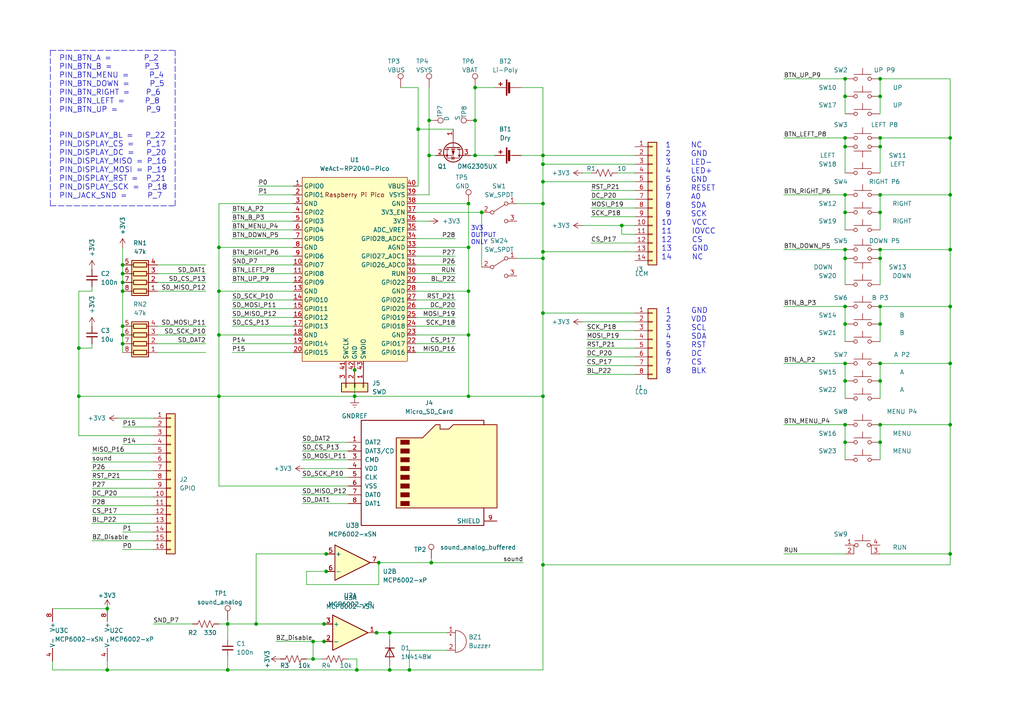
<source format=kicad_sch>
(kicad_sch (version 20211123) (generator eeschema)
  (paper "A4")
  (lib_symbols
    (symbol "Amplifier_Operational:MCP6002-xP" (pin_names (offset 0.127))
      (property "Reference" "U" (at 0 5.08 0))
      (property "Value" "MCP6002-xP" (at 0 -5.08 0))
      (symbol "MCP6002-xP_1_1"
        (pin output line (at 7.62 0 180) (length 2.54) (name "~") (number "1"))
        (pin input line (at -7.62 -2.54 0) (length 2.54) (name "-") (number "2"))
        (pin input line (at -7.62 2.54 0) (length 2.54) (name "+") (number "3"))
      )
      (symbol "MCP6002-xP_2_1"
        (pin input line (at -7.62 2.54 0) (length 2.54) (name "+") (number "5"))
        (pin input line (at -7.62 -2.54 0) (length 2.54) (name "-") (number "6"))
        (pin output line (at 7.62 0 180) (length 2.54) (name "~") (number "7"))
      )
      (symbol "MCP6002-xP_3_1"
        (pin power_in line (at -2.54 -7.62 90) (length 3.81) (name "V-") (number "4"))
        (pin power_in line (at -2.54 7.62 270) (length 3.81) (name "V+") (number "8"))
      )
    )
    (symbol "Amplifier_Operational:MCP6002-xSN" (pin_names (offset 0.127))
      (property "Reference" "U" (at 0 5.08 0))
      (property "Value" "MCP6002-xSN" (at 0 -5.08 0))
      (symbol "MCP6002-xSN_1_1"
        (pin output line (at 7.62 0 180) (length 2.54) (name "~") (number "1"))
        (pin input line (at -7.62 -2.54 0) (length 2.54) (name "-") (number "2"))
        (pin input line (at -7.62 2.54 0) (length 2.54) (name "+") (number "3"))
      )
      (symbol "MCP6002-xSN_2_1"
        (pin input line (at -7.62 2.54 0) (length 2.54) (name "+") (number "5"))
        (pin input line (at -7.62 -2.54 0) (length 2.54) (name "-") (number "6"))
        (pin output line (at 7.62 0 180) (length 2.54) (name "~") (number "7"))
      )
      (symbol "MCP6002-xSN_3_1"
        (pin power_in line (at -2.54 -7.62 90) (length 3.81) (name "V-") (number "4"))
        (pin power_in line (at -2.54 7.62 270) (length 3.81) (name "V+") (number "8"))
      )
    )
    (symbol "Connector:Micro_SD_Card" (pin_names (offset 1.016))
      (property "Reference" "J" (at -16.51 15.24 0))
      (property "Value" "Micro_SD_Card" (at 16.51 15.24 0))
      (symbol "Micro_SD_Card_1_1"
        (pin bidirectional line (at -22.86 7.62 0) (length 3.81) (name "DAT2") (number "1"))
        (pin bidirectional line (at -22.86 5.08 0) (length 3.81) (name "DAT3/CD") (number "2"))
        (pin input line (at -22.86 2.54 0) (length 3.81) (name "CMD") (number "3"))
        (pin power_in line (at -22.86 0 0) (length 3.81) (name "VDD") (number "4"))
        (pin input line (at -22.86 -2.54 0) (length 3.81) (name "CLK") (number "5"))
        (pin power_in line (at -22.86 -5.08 0) (length 3.81) (name "VSS") (number "6"))
        (pin bidirectional line (at -22.86 -7.62 0) (length 3.81) (name "DAT0") (number "7"))
        (pin bidirectional line (at -22.86 -10.16 0) (length 3.81) (name "DAT1") (number "8"))
        (pin passive line (at 20.32 -15.24 180) (length 3.81) (name "SHIELD") (number "9"))
      )
    )
    (symbol "Connector:TestPoint" (pin_numbers hide) (pin_names (offset 0.762) hide)
      (property "Reference" "TP" (at 0 6.858 0))
      (property "Value" "TestPoint" (at 0 5.08 0))
      (symbol "TestPoint_1_1"
        (pin passive line (at 0 0 90) (length 2.54) (name "1") (number "1"))
      )
    )
    (symbol "Connector_Generic:Conn_01x03" (pin_names (offset 1.016) hide)
      (property "Reference" "J" (at 0 5.08 0))
      (property "Value" "Conn_01x03" (at 0 -5.08 0))
      (symbol "Conn_01x03_1_1"
        (pin passive line (at -5.08 2.54 0) (length 3.81) (name "Pin_1") (number "1"))
        (pin passive line (at -5.08 0 0) (length 3.81) (name "Pin_2") (number "2"))
        (pin passive line (at -5.08 -2.54 0) (length 3.81) (name "Pin_3") (number "3"))
      )
    )
    (symbol "Connector_Generic:Conn_01x08" (pin_names (offset 1.016) hide)
      (property "Reference" "J" (at 0 10.16 0))
      (property "Value" "Conn_01x08" (at 0 -12.7 0))
      (symbol "Conn_01x08_1_1"
        (pin passive line (at -5.08 7.62 0) (length 3.81) (name "Pin_1") (number "1"))
        (pin passive line (at -5.08 5.08 0) (length 3.81) (name "Pin_2") (number "2"))
        (pin passive line (at -5.08 2.54 0) (length 3.81) (name "Pin_3") (number "3"))
        (pin passive line (at -5.08 0 0) (length 3.81) (name "Pin_4") (number "4"))
        (pin passive line (at -5.08 -2.54 0) (length 3.81) (name "Pin_5") (number "5"))
        (pin passive line (at -5.08 -5.08 0) (length 3.81) (name "Pin_6") (number "6"))
        (pin passive line (at -5.08 -7.62 0) (length 3.81) (name "Pin_7") (number "7"))
        (pin passive line (at -5.08 -10.16 0) (length 3.81) (name "Pin_8") (number "8"))
      )
    )
    (symbol "Connector_Generic:Conn_01x14" (pin_names (offset 1.016) hide)
      (property "Reference" "J" (at 0 17.78 0))
      (property "Value" "Conn_01x14" (at 0 -20.32 0))
      (symbol "Conn_01x14_1_1"
        (pin passive line (at -5.08 15.24 0) (length 3.81) (name "Pin_1") (number "1"))
        (pin passive line (at -5.08 -7.62 0) (length 3.81) (name "Pin_10") (number "10"))
        (pin passive line (at -5.08 -10.16 0) (length 3.81) (name "Pin_11") (number "11"))
        (pin passive line (at -5.08 -12.7 0) (length 3.81) (name "Pin_12") (number "12"))
        (pin passive line (at -5.08 -15.24 0) (length 3.81) (name "Pin_13") (number "13"))
        (pin passive line (at -5.08 -17.78 0) (length 3.81) (name "Pin_14") (number "14"))
        (pin passive line (at -5.08 12.7 0) (length 3.81) (name "Pin_2") (number "2"))
        (pin passive line (at -5.08 10.16 0) (length 3.81) (name "Pin_3") (number "3"))
        (pin passive line (at -5.08 7.62 0) (length 3.81) (name "Pin_4") (number "4"))
        (pin passive line (at -5.08 5.08 0) (length 3.81) (name "Pin_5") (number "5"))
        (pin passive line (at -5.08 2.54 0) (length 3.81) (name "Pin_6") (number "6"))
        (pin passive line (at -5.08 0 0) (length 3.81) (name "Pin_7") (number "7"))
        (pin passive line (at -5.08 -2.54 0) (length 3.81) (name "Pin_8") (number "8"))
        (pin passive line (at -5.08 -5.08 0) (length 3.81) (name "Pin_9") (number "9"))
      )
    )
    (symbol "Connector_Generic:Conn_01x16" (pin_names (offset 1.016) hide)
      (property "Reference" "J" (at 0 20.32 0))
      (property "Value" "Conn_01x16" (at 0 -22.86 0))
      (symbol "Conn_01x16_1_1"
        (pin passive line (at -5.08 17.78 0) (length 3.81) (name "Pin_1") (number "1"))
        (pin passive line (at -5.08 -5.08 0) (length 3.81) (name "Pin_10") (number "10"))
        (pin passive line (at -5.08 -7.62 0) (length 3.81) (name "Pin_11") (number "11"))
        (pin passive line (at -5.08 -10.16 0) (length 3.81) (name "Pin_12") (number "12"))
        (pin passive line (at -5.08 -12.7 0) (length 3.81) (name "Pin_13") (number "13"))
        (pin passive line (at -5.08 -15.24 0) (length 3.81) (name "Pin_14") (number "14"))
        (pin passive line (at -5.08 -17.78 0) (length 3.81) (name "Pin_15") (number "15"))
        (pin passive line (at -5.08 -20.32 0) (length 3.81) (name "Pin_16") (number "16"))
        (pin passive line (at -5.08 15.24 0) (length 3.81) (name "Pin_2") (number "2"))
        (pin passive line (at -5.08 12.7 0) (length 3.81) (name "Pin_3") (number "3"))
        (pin passive line (at -5.08 10.16 0) (length 3.81) (name "Pin_4") (number "4"))
        (pin passive line (at -5.08 7.62 0) (length 3.81) (name "Pin_5") (number "5"))
        (pin passive line (at -5.08 5.08 0) (length 3.81) (name "Pin_6") (number "6"))
        (pin passive line (at -5.08 2.54 0) (length 3.81) (name "Pin_7") (number "7"))
        (pin passive line (at -5.08 0 0) (length 3.81) (name "Pin_8") (number "8"))
        (pin passive line (at -5.08 -2.54 0) (length 3.81) (name "Pin_9") (number "9"))
      )
    )
    (symbol "Device:Battery_Cell" (pin_numbers hide) (pin_names (offset 0) hide)
      (property "Reference" "BT" (at 2.54 2.54 0))
      (property "Value" "Battery_Cell" (at 2.54 0 0))
      (symbol "Battery_Cell_1_1"
        (pin passive line (at 0 5.08 270) (length 2.54) (name "+") (number "1"))
        (pin passive line (at 0 -2.54 90) (length 2.54) (name "-") (number "2"))
      )
    )
    (symbol "Device:Buzzer" (pin_names (offset 0.0254) hide)
      (property "Reference" "BZ" (at 3.81 1.27 0))
      (property "Value" "Buzzer" (at 3.81 -1.27 0))
      (symbol "Buzzer_1_1"
        (pin passive line (at -2.54 2.54 0) (length 2.54) (name "-") (number "1"))
        (pin passive line (at -2.54 -2.54 0) (length 2.54) (name "+") (number "2"))
      )
    )
    (symbol "Device:C_Small" (pin_numbers hide) (pin_names (offset 0.254) hide)
      (property "Reference" "C" (at 0.254 1.778 0))
      (property "Value" "C_Small" (at 0.254 -2.032 0))
      (symbol "C_Small_1_1"
        (pin passive line (at 0 2.54 270) (length 2.032) (name "~") (number "1"))
        (pin passive line (at 0 -2.54 90) (length 2.032) (name "~") (number "2"))
      )
    )
    (symbol "Device:Q_PMOS_GSD" (pin_names (offset 0) hide)
      (property "Reference" "Q" (at 5.08 1.27 0))
      (property "Value" "Q_PMOS_GSD" (at 5.08 -1.27 0))
      (symbol "Q_PMOS_GSD_1_1"
        (pin input line (at -5.08 0 0) (length 2.54) (name "G") (number "1"))
        (pin passive line (at 2.54 -5.08 90) (length 2.54) (name "S") (number "2"))
        (pin passive line (at 2.54 5.08 270) (length 2.54) (name "D") (number "3"))
      )
    )
    (symbol "Device:R_Pack04" (pin_names (offset 0) hide)
      (property "Reference" "RN" (at -7.62 0 90))
      (property "Value" "R_Pack04" (at 5.08 0 90))
      (symbol "R_Pack04_1_1"
        (pin passive line (at -5.08 -5.08 90) (length 2.54) (name "R1.1") (number "1"))
        (pin passive line (at -2.54 -5.08 90) (length 2.54) (name "R2.1") (number "2"))
        (pin passive line (at 0 -5.08 90) (length 2.54) (name "R3.1") (number "3"))
        (pin passive line (at 2.54 -5.08 90) (length 2.54) (name "R4.1") (number "4"))
        (pin passive line (at 2.54 5.08 270) (length 2.54) (name "R4.2") (number "5"))
        (pin passive line (at 0 5.08 270) (length 2.54) (name "R3.2") (number "6"))
        (pin passive line (at -2.54 5.08 270) (length 2.54) (name "R2.2") (number "7"))
        (pin passive line (at -5.08 5.08 270) (length 2.54) (name "R1.2") (number "8"))
      )
    )
    (symbol "Device:R_US" (pin_numbers hide) (pin_names (offset 0))
      (property "Reference" "R" (at 2.54 0 90))
      (property "Value" "R_US" (at -2.54 0 90))
      (symbol "R_US_1_1"
        (pin passive line (at 0 3.81 270) (length 1.27) (name "~") (number "1"))
        (pin passive line (at 0 -3.81 90) (length 1.27) (name "~") (number "2"))
      )
    )
    (symbol "Diode:1N4148W" (pin_numbers hide) (pin_names (offset 1.016) hide)
      (property "Reference" "D" (at 0 2.54 0))
      (property "Value" "1N4148W" (at 0 -2.54 0))
      (symbol "1N4148W_1_1"
        (pin passive line (at -3.81 0 0) (length 2.54) (name "K") (number "1"))
        (pin passive line (at 3.81 0 180) (length 2.54) (name "A") (number "2"))
      )
    )
    (symbol "MCU_RaspberryPi_and_Boards:Pico"
      (property "Reference" "U" (at -13.97 27.94 0))
      (property "Value" "Pico" (at 0 19.05 0))
      (symbol "Pico_0_0"
        (text "Raspberry Pi Pico" (at 0 21.59 0) (effects (font (size 1.27 1.27))))
      )
      (symbol "Pico_1_1"
        (pin bidirectional line (at -17.78 24.13 0) (length 2.54) (name "GPIO0") (number "1"))
        (pin bidirectional line (at -17.78 1.27 0) (length 2.54) (name "GPIO7") (number "10"))
        (pin bidirectional line (at -17.78 -1.27 0) (length 2.54) (name "GPIO8") (number "11"))
        (pin bidirectional line (at -17.78 -3.81 0) (length 2.54) (name "GPIO9") (number "12"))
        (pin power_in line (at -17.78 -6.35 0) (length 2.54) (name "GND") (number "13"))
        (pin bidirectional line (at -17.78 -8.89 0) (length 2.54) (name "GPIO10") (number "14"))
        (pin bidirectional line (at -17.78 -11.43 0) (length 2.54) (name "GPIO11") (number "15"))
        (pin bidirectional line (at -17.78 -13.97 0) (length 2.54) (name "GPIO12") (number "16"))
        (pin bidirectional line (at -17.78 -16.51 0) (length 2.54) (name "GPIO13") (number "17"))
        (pin power_in line (at -17.78 -19.05 0) (length 2.54) (name "GND") (number "18"))
        (pin bidirectional line (at -17.78 -21.59 0) (length 2.54) (name "GPIO14") (number "19"))
        (pin bidirectional line (at -17.78 21.59 0) (length 2.54) (name "GPIO1") (number "2"))
        (pin bidirectional line (at -17.78 -24.13 0) (length 2.54) (name "GPIO15") (number "20"))
        (pin bidirectional line (at 17.78 -24.13 180) (length 2.54) (name "GPIO16") (number "21"))
        (pin bidirectional line (at 17.78 -21.59 180) (length 2.54) (name "GPIO17") (number "22"))
        (pin power_in line (at 17.78 -19.05 180) (length 2.54) (name "GND") (number "23"))
        (pin bidirectional line (at 17.78 -16.51 180) (length 2.54) (name "GPIO18") (number "24"))
        (pin bidirectional line (at 17.78 -13.97 180) (length 2.54) (name "GPIO19") (number "25"))
        (pin bidirectional line (at 17.78 -11.43 180) (length 2.54) (name "GPIO20") (number "26"))
        (pin bidirectional line (at 17.78 -8.89 180) (length 2.54) (name "GPIO21") (number "27"))
        (pin power_in line (at 17.78 -6.35 180) (length 2.54) (name "GND") (number "28"))
        (pin bidirectional line (at 17.78 -3.81 180) (length 2.54) (name "GPIO22") (number "29"))
        (pin power_in line (at -17.78 19.05 0) (length 2.54) (name "GND") (number "3"))
        (pin input line (at 17.78 -1.27 180) (length 2.54) (name "RUN") (number "30"))
        (pin bidirectional line (at 17.78 1.27 180) (length 2.54) (name "GPIO26_ADC0") (number "31"))
        (pin bidirectional line (at 17.78 3.81 180) (length 2.54) (name "GPIO27_ADC1") (number "32"))
        (pin power_in line (at 17.78 6.35 180) (length 2.54) (name "AGND") (number "33"))
        (pin bidirectional line (at 17.78 8.89 180) (length 2.54) (name "GPIO28_ADC2") (number "34"))
        (pin power_in line (at 17.78 11.43 180) (length 2.54) (name "ADC_VREF") (number "35"))
        (pin power_in line (at 17.78 13.97 180) (length 2.54) (name "3V3") (number "36"))
        (pin input line (at 17.78 16.51 180) (length 2.54) (name "3V3_EN") (number "37"))
        (pin bidirectional line (at 17.78 19.05 180) (length 2.54) (name "GND") (number "38"))
        (pin power_in line (at 17.78 21.59 180) (length 2.54) (name "VSYS") (number "39"))
        (pin bidirectional line (at -17.78 16.51 0) (length 2.54) (name "GPIO2") (number "4"))
        (pin power_in line (at 17.78 24.13 180) (length 2.54) (name "VBUS") (number "40"))
        (pin input line (at -2.54 -29.21 90) (length 2.54) (name "SWCLK") (number "41"))
        (pin power_in line (at 0 -29.21 90) (length 2.54) (name "GND") (number "42"))
        (pin bidirectional line (at 2.54 -29.21 90) (length 2.54) (name "SWDIO") (number "43"))
        (pin bidirectional line (at -17.78 13.97 0) (length 2.54) (name "GPIO3") (number "5"))
        (pin bidirectional line (at -17.78 11.43 0) (length 2.54) (name "GPIO4") (number "6"))
        (pin bidirectional line (at -17.78 8.89 0) (length 2.54) (name "GPIO5") (number "7"))
        (pin power_in line (at -17.78 6.35 0) (length 2.54) (name "GND") (number "8"))
        (pin bidirectional line (at -17.78 3.81 0) (length 2.54) (name "GPIO6") (number "9"))
      )
    )
    (symbol "SW_Push_1" (pin_numbers hide) (pin_names (offset 1.016) hide)
      (property "Reference" "SW" (at 1.27 2.54 0))
      (property "Value" "SW_Push_1" (at 0 -1.524 0))
      (symbol "SW_Push_1_0_1"
        (pin passive line (at -5.08 0 0) (length 2.54) (name "1") (number "1"))
        (pin passive line (at 5.08 0 180) (length 2.54) (name "2") (number "2"))
      )
    )
    (symbol "Switch:SW_MEC_5E" (pin_names (offset 1.016) hide)
      (property "Reference" "SW" (at 0.635 5.715 0))
      (property "Value" "SW_MEC_5E" (at 0 -3.175 0))
      (symbol "SW_MEC_5E_0_1"
        (pin passive line (at -5.08 2.54 0) (length 2.54) (name "1") (number "1"))
        (pin passive line (at -5.08 0 0) (length 2.54) (name "2") (number "2"))
        (pin passive line (at 5.08 0 180) (length 2.54) (name "K") (number "3"))
        (pin passive line (at 5.08 2.54 180) (length 2.54) (name "A") (number "4"))
      )
    )
    (symbol "Switch:SW_Push" (pin_numbers hide) (pin_names (offset 1.016) hide)
      (property "Reference" "SW" (at 1.27 2.54 0))
      (property "Value" "SW_Push" (at 0 -1.524 0))
      (symbol "SW_Push_0_1"
        (pin passive line (at -5.08 0 0) (length 2.54) (name "1") (number "1"))
        (pin passive line (at 5.08 0 180) (length 2.54) (name "2") (number "2"))
      )
    )
    (symbol "Switch:SW_SPDT" (pin_names (offset 0) hide)
      (property "Reference" "SW" (at 0 4.318 0))
      (property "Value" "SW_SPDT" (at 0 -5.08 0))
      (symbol "SW_SPDT_1_1"
        (pin passive line (at 5.08 2.54 180) (length 2.54) (name "A") (number "1"))
        (pin passive line (at -5.08 0 0) (length 2.54) (name "B") (number "2"))
        (pin passive line (at 5.08 -2.54 180) (length 2.54) (name "C") (number "3"))
      )
    )
    (symbol "power:+3V3" (power) (pin_names (offset 0))
      (property "Value" "+3V3" (at 0 3.556 0))
      (symbol "+3V3_1_1"
        (pin power_in line (at 0 0 90) (length 0) hide (name "+3V3") (number "1"))
      )
    )
    (symbol "power:GNDREF" (power) (pin_names (offset 0))
      (property "Value" "GNDREF" (at 0 -3.81 0))
      (symbol "GNDREF_1_1"
        (pin power_in line (at 0 0 270) (length 0) hide (name "GNDREF") (number "1"))
      )
    )
  )
  (junction (at 35.56 81.915))
  (junction (at 35.56 76.835))
  (junction (at 245.11 123.19))
  (junction (at 137.795 34.925))
  (junction (at 113.03 183.515))
  (junction (at 157.48 47.625))
  (junction (at 118.745 194.31))
  (junction (at 245.11 27.94))
  (junction (at 255.27 56.515))
  (junction (at 109.855 163.195))
  (junction (at 245.11 128.27))
  (junction (at 180.34 65.405))
  (junction (at 103.505 194.31))
  (junction (at 93.98 180.975))
  (junction (at 157.48 59.055))
  (junction (at 275.59 160.655))
  (junction (at 245.11 74.93))
  (junction (at 255.27 72.39))
  (junction (at 255.27 110.49))
  (junction (at 255.27 123.19))
  (junction (at 93.98 186.055))
  (junction (at 124.46 45.085))
  (junction (at 139.7 61.595))
  (junction (at 157.48 73.025))
  (junction (at 245.11 110.49))
  (junction (at 35.56 94.615))
  (junction (at 255.27 128.27))
  (junction (at 102.87 107.315))
  (junction (at 245.11 88.9))
  (junction (at 245.11 72.39))
  (junction (at 35.56 79.375))
  (junction (at 102.87 114.935))
  (junction (at 255.27 88.9))
  (junction (at 255.27 22.86))
  (junction (at 275.59 40.005))
  (junction (at 255.27 40.005))
  (junction (at 157.48 114.935))
  (junction (at 135.89 71.755))
  (junction (at 31.115 194.31))
  (junction (at 35.56 84.455))
  (junction (at 31.115 176.53))
  (junction (at 125.095 163.195))
  (junction (at 35.56 97.155))
  (junction (at 66.04 194.31))
  (junction (at 255.27 27.94))
  (junction (at 94.615 165.735))
  (junction (at 63.5 84.455))
  (junction (at 255.27 61.595))
  (junction (at 157.48 163.83))
  (junction (at 135.89 84.455))
  (junction (at 245.11 61.595))
  (junction (at 157.48 74.93))
  (junction (at 245.11 42.545))
  (junction (at 22.86 114.935))
  (junction (at 255.27 105.41))
  (junction (at 245.11 56.515))
  (junction (at 63.5 114.935))
  (junction (at 113.03 194.31))
  (junction (at 63.5 71.755))
  (junction (at 245.11 105.41))
  (junction (at 255.27 42.545))
  (junction (at 35.56 99.695))
  (junction (at 135.89 97.155))
  (junction (at 275.59 56.515))
  (junction (at 245.11 93.98))
  (junction (at 255.27 93.98))
  (junction (at 121.285 37.465))
  (junction (at 66.04 180.975))
  (junction (at 157.48 52.705))
  (junction (at 245.11 40.005))
  (junction (at 275.59 88.9))
  (junction (at 74.295 180.975))
  (junction (at 275.59 123.19))
  (junction (at 255.27 74.93))
  (junction (at 90.805 191.135))
  (junction (at 94.615 160.655))
  (junction (at 157.48 90.805))
  (junction (at 157.48 45.085))
  (junction (at 22.86 100.965))
  (junction (at 245.11 22.86))
  (junction (at 109.22 183.515))
  (junction (at 137.795 45.085))
  (junction (at 63.5 97.155))
  (junction (at 135.89 59.055))
  (junction (at 90.805 186.055))
  (junction (at 275.59 105.41))
  (junction (at 124.46 34.925))
  (junction (at 137.795 25.4))
  (junction (at 135.89 114.935))
  (junction (at 275.59 72.39))
  (wire (pts (xy 45.72 84.455) (xy 59.69 84.455)))
  (wire (pts (xy 120.65 76.835) (xy 132.08 76.835)))
  (wire (pts (xy 67.31 79.375) (xy 85.09 79.375)))
  (wire (pts (xy 255.27 93.98) (xy 255.27 99.06)))
  (wire (pts (xy 90.805 191.135) (xy 93.345 191.135)))
  (wire (pts (xy 63.5 84.455) (xy 63.5 71.755)))
  (wire (pts (xy 26.67 84.455) (xy 22.86 84.455)))
  (wire (pts (xy 157.48 52.705) (xy 157.48 47.625)))
  (wire (pts (xy 63.5 180.975) (xy 66.04 180.975)))
  (wire (pts (xy 135.89 114.935) (xy 157.48 114.935)))
  (wire (pts (xy 102.87 114.935) (xy 63.5 114.935)))
  (wire (pts (xy 137.795 45.085) (xy 143.51 45.085)))
  (wire (pts (xy 255.27 88.9) (xy 275.59 88.9)))
  (wire (pts (xy 26.67 146.685) (xy 44.45 146.685)))
  (wire (pts (xy 63.5 97.155) (xy 63.5 114.935)))
  (wire (pts (xy 170.18 95.885) (xy 184.15 95.885)))
  (wire (pts (xy 35.56 84.455) (xy 35.56 81.915)))
  (wire (pts (xy 102.87 107.315) (xy 102.87 114.935)))
  (wire (pts (xy 67.31 69.215) (xy 85.09 69.215)))
  (wire (pts (xy 245.11 56.515) (xy 245.11 61.595)))
  (wire (pts (xy 227.33 160.655) (xy 245.11 160.655)))
  (wire (pts (xy 85.09 84.455) (xy 63.5 84.455)))
  (polyline (pts (xy 50.8 59.69) (xy 50.8 14.605)))
  (wire (pts (xy 180.34 65.405) (xy 184.15 65.405)))
  (wire (pts (xy 255.27 105.41) (xy 255.27 110.49)))
  (wire (pts (xy 80.01 186.055) (xy 90.805 186.055)))
  (wire (pts (xy 26.67 100.965) (xy 26.67 99.695)))
  (wire (pts (xy 255.27 40.005) (xy 275.59 40.005)))
  (wire (pts (xy 245.11 74.93) (xy 245.11 82.55)))
  (wire (pts (xy 45.72 102.235) (xy 59.69 102.235)))
  (wire (pts (xy 26.67 133.985) (xy 44.45 133.985)))
  (wire (pts (xy 109.855 169.545) (xy 109.855 163.195)))
  (wire (pts (xy 67.31 81.915) (xy 85.09 81.915)))
  (wire (pts (xy 35.56 79.375) (xy 35.56 76.835)))
  (wire (pts (xy 103.505 191.135) (xy 103.505 194.31)))
  (wire (pts (xy 135.89 84.455) (xy 135.89 97.155)))
  (wire (pts (xy 120.65 102.235) (xy 132.08 102.235)))
  (wire (pts (xy 275.59 40.005) (xy 275.59 56.515)))
  (wire (pts (xy 31.115 191.77) (xy 31.115 194.31)))
  (wire (pts (xy 103.505 194.31) (xy 113.03 194.31)))
  (wire (pts (xy 120.65 94.615) (xy 132.08 94.615)))
  (wire (pts (xy 245.11 88.9) (xy 245.11 93.98)))
  (wire (pts (xy 59.69 99.695) (xy 45.72 99.695)))
  (wire (pts (xy 179.07 50.165) (xy 184.15 50.165)))
  (wire (pts (xy 93.98 186.055) (xy 90.805 186.055)))
  (wire (pts (xy 255.27 56.515) (xy 275.59 56.515)))
  (wire (pts (xy 245.11 105.41) (xy 245.11 110.49)))
  (wire (pts (xy 67.31 61.595) (xy 85.09 61.595)))
  (wire (pts (xy 275.59 72.39) (xy 275.59 88.9)))
  (wire (pts (xy 170.18 98.425) (xy 184.15 98.425)))
  (wire (pts (xy 157.48 73.025) (xy 157.48 74.93)))
  (wire (pts (xy 255.27 123.19) (xy 255.27 128.27)))
  (wire (pts (xy 35.56 94.615) (xy 35.56 97.155)))
  (wire (pts (xy 35.56 128.905) (xy 44.45 128.905)))
  (wire (pts (xy 109.22 183.515) (xy 113.03 183.515)))
  (polyline (pts (xy 14.605 14.605) (xy 50.8 14.605)))
  (wire (pts (xy 255.27 160.655) (xy 275.59 160.655)))
  (wire (pts (xy 93.98 180.975) (xy 74.295 180.975)))
  (polyline (pts (xy 14.605 59.69) (xy 50.8 59.69)))
  (wire (pts (xy 26.67 136.525) (xy 44.45 136.525)))
  (wire (pts (xy 26.67 131.445) (xy 44.45 131.445)))
  (wire (pts (xy 245.11 27.94) (xy 245.11 33.02)))
  (wire (pts (xy 227.33 123.19) (xy 245.11 123.19)))
  (wire (pts (xy 120.65 74.295) (xy 132.08 74.295)))
  (wire (pts (xy 170.18 108.585) (xy 184.15 108.585)))
  (wire (pts (xy 168.91 65.405) (xy 180.34 65.405)))
  (wire (pts (xy 26.67 84.455) (xy 26.67 83.185)))
  (wire (pts (xy 22.86 126.365) (xy 22.86 114.935)))
  (wire (pts (xy 87.63 146.05) (xy 100.965 146.05)))
  (wire (pts (xy 87.63 138.43) (xy 100.965 138.43)))
  (wire (pts (xy 170.18 106.045) (xy 184.15 106.045)))
  (wire (pts (xy 94.615 165.735) (xy 88.9 165.735)))
  (wire (pts (xy 67.31 102.235) (xy 85.09 102.235)))
  (wire (pts (xy 151.765 163.195) (xy 125.095 163.195)))
  (wire (pts (xy 129.54 188.595) (xy 118.745 188.595)))
  (wire (pts (xy 120.65 59.055) (xy 135.89 59.055)))
  (wire (pts (xy 15.24 194.31) (xy 31.115 194.31)))
  (wire (pts (xy 15.24 191.77) (xy 15.24 194.31)))
  (wire (pts (xy 63.5 71.755) (xy 85.09 71.755)))
  (wire (pts (xy 35.56 81.915) (xy 35.56 79.375)))
  (wire (pts (xy 113.03 194.31) (xy 118.745 194.31)))
  (wire (pts (xy 157.48 73.025) (xy 184.15 73.025)))
  (wire (pts (xy 121.285 25.4) (xy 121.285 37.465)))
  (wire (pts (xy 45.72 94.615) (xy 59.69 94.615)))
  (wire (pts (xy 22.86 114.935) (xy 63.5 114.935)))
  (wire (pts (xy 151.13 25.4) (xy 157.48 25.4)))
  (wire (pts (xy 171.45 62.865) (xy 184.15 62.865)))
  (wire (pts (xy 63.5 140.97) (xy 63.5 114.935)))
  (wire (pts (xy 120.65 99.695) (xy 132.08 99.695)))
  (wire (pts (xy 113.03 183.515) (xy 113.03 185.42)))
  (wire (pts (xy 26.67 100.965) (xy 22.86 100.965)))
  (wire (pts (xy 157.48 59.055) (xy 157.48 73.025)))
  (wire (pts (xy 87.63 128.27) (xy 100.965 128.27)))
  (wire (pts (xy 255.27 72.39) (xy 255.27 74.93)))
  (wire (pts (xy 245.11 110.49) (xy 245.11 115.57)))
  (wire (pts (xy 157.48 74.93) (xy 157.48 90.805)))
  (wire (pts (xy 113.03 183.515) (xy 129.54 183.515)))
  (wire (pts (xy 245.11 40.005) (xy 245.11 42.545)))
  (wire (pts (xy 121.285 37.465) (xy 131.445 37.465)))
  (wire (pts (xy 227.33 22.86) (xy 245.11 22.86)))
  (wire (pts (xy 227.33 72.39) (xy 245.11 72.39)))
  (wire (pts (xy 118.745 188.595) (xy 118.745 194.31)))
  (wire (pts (xy 121.285 37.465) (xy 121.285 53.975)))
  (wire (pts (xy 124.46 45.085) (xy 126.365 45.085)))
  (wire (pts (xy 85.09 59.055) (xy 63.5 59.055)))
  (wire (pts (xy 255.27 88.9) (xy 255.27 93.98)))
  (wire (pts (xy 113.03 193.04) (xy 113.03 194.31)))
  (wire (pts (xy 275.59 123.19) (xy 275.59 160.655)))
  (wire (pts (xy 157.48 114.935) (xy 157.48 163.83)))
  (wire (pts (xy 168.91 50.165) (xy 171.45 50.165)))
  (wire (pts (xy 120.65 84.455) (xy 135.89 84.455)))
  (wire (pts (xy 35.56 99.695) (xy 35.56 102.235)))
  (wire (pts (xy 245.11 123.19) (xy 245.11 128.27)))
  (wire (pts (xy 120.65 92.075) (xy 132.08 92.075)))
  (wire (pts (xy 26.67 151.765) (xy 44.45 151.765)))
  (wire (pts (xy 143.51 25.4) (xy 137.795 25.4)))
  (wire (pts (xy 227.33 105.41) (xy 245.11 105.41)))
  (wire (pts (xy 120.65 61.595) (xy 139.7 61.595)))
  (wire (pts (xy 124.46 34.925) (xy 124.46 45.085)))
  (wire (pts (xy 26.67 156.845) (xy 44.45 156.845)))
  (wire (pts (xy 275.59 56.515) (xy 275.59 72.39)))
  (wire (pts (xy 88.9 191.135) (xy 90.805 191.135)))
  (wire (pts (xy 102.87 114.935) (xy 135.89 114.935)))
  (wire (pts (xy 63.5 140.97) (xy 100.965 140.97)))
  (wire (pts (xy 67.31 89.535) (xy 85.09 89.535)))
  (wire (pts (xy 88.9 169.545) (xy 109.855 169.545)))
  (wire (pts (xy 67.31 99.695) (xy 85.09 99.695)))
  (wire (pts (xy 66.04 190.5) (xy 66.04 194.31)))
  (wire (pts (xy 15.24 176.53) (xy 31.115 176.53)))
  (wire (pts (xy 45.72 81.915) (xy 59.69 81.915)))
  (wire (pts (xy 149.86 74.93) (xy 157.48 74.93)))
  (wire (pts (xy 120.65 56.515) (xy 124.46 56.515)))
  (wire (pts (xy 171.45 60.325) (xy 184.15 60.325)))
  (wire (pts (xy 151.13 45.085) (xy 157.48 45.085)))
  (wire (pts (xy 35.56 84.455) (xy 35.56 94.615)))
  (wire (pts (xy 85.09 97.155) (xy 63.5 97.155)))
  (wire (pts (xy 180.34 67.945) (xy 180.34 65.405)))
  (wire (pts (xy 168.91 93.345) (xy 184.15 93.345)))
  (wire (pts (xy 74.93 56.515) (xy 85.09 56.515)))
  (wire (pts (xy 116.205 25.4) (xy 121.285 25.4)))
  (wire (pts (xy 125.095 163.195) (xy 125.095 161.925)))
  (wire (pts (xy 88.9 165.735) (xy 88.9 169.545)))
  (wire (pts (xy 67.31 86.995) (xy 85.09 86.995)))
  (wire (pts (xy 255.27 128.27) (xy 255.27 133.35)))
  (wire (pts (xy 67.31 92.075) (xy 85.09 92.075)))
  (wire (pts (xy 66.04 180.975) (xy 74.295 180.975)))
  (wire (pts (xy 157.48 45.085) (xy 184.15 45.085)))
  (wire (pts (xy 135.89 71.755) (xy 135.89 84.455)))
  (wire (pts (xy 121.285 53.975) (xy 120.65 53.975)))
  (wire (pts (xy 74.295 160.655) (xy 74.295 180.975)))
  (wire (pts (xy 255.27 22.86) (xy 255.27 27.94)))
  (wire (pts (xy 255.27 40.005) (xy 255.27 42.545)))
  (wire (pts (xy 245.11 93.98) (xy 245.11 99.06)))
  (wire (pts (xy 135.89 97.155) (xy 135.89 114.935)))
  (wire (pts (xy 94.615 160.655) (xy 74.295 160.655)))
  (wire (pts (xy 26.67 141.605) (xy 44.45 141.605)))
  (wire (pts (xy 275.59 88.9) (xy 275.59 105.41)))
  (wire (pts (xy 67.31 66.675) (xy 85.09 66.675)))
  (wire (pts (xy 90.805 186.055) (xy 90.805 191.135)))
  (wire (pts (xy 245.11 128.27) (xy 245.11 133.35)))
  (wire (pts (xy 255.27 72.39) (xy 275.59 72.39)))
  (wire (pts (xy 139.7 61.595) (xy 139.7 77.47)))
  (wire (pts (xy 170.18 100.965) (xy 184.15 100.965)))
  (wire (pts (xy 137.795 25.4) (xy 137.795 34.925)))
  (wire (pts (xy 26.67 139.065) (xy 44.45 139.065)))
  (wire (pts (xy 157.48 47.625) (xy 157.48 45.085)))
  (wire (pts (xy 59.69 97.155) (xy 45.72 97.155)))
  (wire (pts (xy 67.31 64.135) (xy 85.09 64.135)))
  (wire (pts (xy 44.45 180.975) (xy 55.88 180.975)))
  (wire (pts (xy 22.86 84.455) (xy 22.86 100.965)))
  (wire (pts (xy 63.5 97.155) (xy 63.5 84.455)))
  (wire (pts (xy 35.56 159.385) (xy 44.45 159.385)))
  (wire (pts (xy 22.86 100.965) (xy 22.86 114.935)))
  (wire (pts (xy 255.27 22.86) (xy 275.59 22.86)))
  (wire (pts (xy 45.72 76.835) (xy 59.69 76.835)))
  (wire (pts (xy 63.5 59.055) (xy 63.5 71.755)))
  (wire (pts (xy 35.56 97.155) (xy 35.56 99.695)))
  (wire (pts (xy 87.63 143.51) (xy 100.965 143.51)))
  (wire (pts (xy 275.59 22.86) (xy 275.59 40.005)))
  (wire (pts (xy 34.29 121.285) (xy 44.45 121.285)))
  (wire (pts (xy 255.27 61.595) (xy 255.27 66.675)))
  (wire (pts (xy 100.965 191.135) (xy 103.505 191.135)))
  (wire (pts (xy 67.31 74.295) (xy 85.09 74.295)))
  (wire (pts (xy 275.59 105.41) (xy 275.59 123.19)))
  (wire (pts (xy 157.48 163.83) (xy 275.59 163.83)))
  (wire (pts (xy 255.27 74.93) (xy 255.27 82.55)))
  (wire (pts (xy 245.11 72.39) (xy 245.11 74.93)))
  (wire (pts (xy 120.65 89.535) (xy 132.08 89.535)))
  (wire (pts (xy 245.11 61.595) (xy 245.11 66.675)))
  (wire (pts (xy 157.48 47.625) (xy 184.15 47.625)))
  (wire (pts (xy 120.65 69.215) (xy 132.08 69.215)))
  (wire (pts (xy 171.45 55.245) (xy 184.15 55.245)))
  (wire (pts (xy 26.67 144.145) (xy 44.45 144.145)))
  (wire (pts (xy 66.04 179.705) (xy 66.04 180.975)))
  (wire (pts (xy 66.04 180.975) (xy 66.04 185.42)))
  (wire (pts (xy 170.18 103.505) (xy 184.15 103.505)))
  (wire (pts (xy 157.48 59.055) (xy 157.48 52.705)))
  (wire (pts (xy 275.59 160.655) (xy 275.59 163.83)))
  (wire (pts (xy 66.04 194.31) (xy 103.505 194.31)))
  (wire (pts (xy 171.45 57.785) (xy 184.15 57.785)))
  (wire (pts (xy 184.15 67.945) (xy 180.34 67.945)))
  (wire (pts (xy 255.27 27.94) (xy 255.27 33.02)))
  (wire (pts (xy 149.86 59.055) (xy 157.48 59.055)))
  (wire (pts (xy 120.65 81.915) (xy 132.08 81.915)))
  (wire (pts (xy 120.65 79.375) (xy 132.08 79.375)))
  (wire (pts (xy 227.33 40.005) (xy 245.11 40.005)))
  (wire (pts (xy 157.48 25.4) (xy 157.48 45.085)))
  (wire (pts (xy 255.27 42.545) (xy 255.27 50.165)))
  (wire (pts (xy 124.46 45.085) (xy 124.46 56.515)))
  (wire (pts (xy 88.265 135.89) (xy 100.965 135.89)))
  (wire (pts (xy 120.65 71.755) (xy 135.89 71.755)))
  (wire (pts (xy 227.33 56.515) (xy 245.11 56.515)))
  (wire (pts (xy 255.27 56.515) (xy 255.27 61.595)))
  (wire (pts (xy 135.89 59.055) (xy 135.89 71.755)))
  (wire (pts (xy 45.72 79.375) (xy 59.69 79.375)))
  (wire (pts (xy 245.11 42.545) (xy 245.11 50.165)))
  (wire (pts (xy 87.63 133.35) (xy 100.965 133.35)))
  (wire (pts (xy 255.27 105.41) (xy 275.59 105.41)))
  (wire (pts (xy 120.65 86.995) (xy 132.08 86.995)))
  (wire (pts (xy 124.46 25.4) (xy 124.46 34.925)))
  (wire (pts (xy 44.45 126.365) (xy 22.86 126.365)))
  (wire (pts (xy 157.48 90.805) (xy 184.15 90.805)))
  (wire (pts (xy 31.115 194.31) (xy 66.04 194.31)))
  (wire (pts (xy 120.65 64.135) (xy 124.46 64.135)))
  (polyline (pts (xy 14.605 14.605) (xy 14.605 59.69)))
  (wire (pts (xy 157.48 52.705) (xy 184.15 52.705)))
  (wire (pts (xy 35.56 123.825) (xy 44.45 123.825)))
  (wire (pts (xy 157.48 90.805) (xy 157.48 114.935)))
  (wire (pts (xy 136.525 45.085) (xy 137.795 45.085)))
  (wire (pts (xy 74.93 53.975) (xy 85.09 53.975)))
  (wire (pts (xy 118.745 194.31) (xy 157.48 194.31)))
  (wire (pts (xy 171.45 70.485) (xy 184.15 70.485)))
  (wire (pts (xy 227.33 88.9) (xy 245.11 88.9)))
  (wire (pts (xy 255.27 110.49) (xy 255.27 115.57)))
  (wire (pts (xy 109.855 163.195) (xy 125.095 163.195)))
  (wire (pts (xy 255.27 123.19) (xy 275.59 123.19)))
  (wire (pts (xy 87.63 130.81) (xy 100.965 130.81)))
  (wire (pts (xy 102.87 115.57) (xy 102.87 114.935)))
  (wire (pts (xy 157.48 163.83) (xy 157.48 194.31)))
  (wire (pts (xy 245.11 22.86) (xy 245.11 27.94)))
  (wire (pts (xy 120.65 97.155) (xy 135.89 97.155)))
  (wire (pts (xy 137.795 34.925) (xy 137.795 45.085)))
  (wire (pts (xy 26.67 149.225) (xy 44.45 149.225)))
  (wire (pts (xy 67.31 94.615) (xy 85.09 94.615)))
  (wire (pts (xy 67.31 76.835) (xy 85.09 76.835)))
  (wire (pts (xy 35.56 154.305) (xy 44.45 154.305)))
  (wire (pts (xy 35.56 76.835) (xy 35.56 71.755)))
  (text " 1     NC\n 2     GND\n 3     LED-\n 4     LED+\n 5     GND\n 6     RESET\n 7     A0\n 8     SDA\n 9     SCK\n10     VCC\n11     IOVCC\n12     CS\n13     GND\n14     NC" (at 191.77 75.565 0) (effects (font (size 1.55 1.55)) (justify left bottom)))
  (text "1     GND\n2     VDD\n3     SCL\n4     SDA\n5     RST\n6     DC\n7     CS\n8     BLK" (at 193.04 108.585 0) (effects (font (size 1.55 1.55)) (justify left bottom)))
  (text "3V3 \nOUTPUT \nONLY" (at 136.525 71.12 0) (effects (font (size 1.27 1.27)) (justify left bottom)))
  (text "PIN_BTN_A =        P_2\nPIN_BTN_B =        P_3\nPIN_BTN_MENU =     P_4\nPIN_BTN_DOWN =     P_5\nPIN_BTN_RIGHT =    P_6\nPIN_BTN_LEFT =     P_8\nPIN_BTN_UP =       P_9\n\n\nPIN_DISPLAY_BL =   P_22\nPIN_DISPLAY_CS =   P_17\nPIN_DISPLAY_DC =   P_20\nPIN_DISPLAY_MISO = P_16\nPIN_DISPLAY_MOSI = P_19\nPIN_DISPLAY_RST =  P_21\nPIN_DISPLAY_SCK =  P_18\nPIN_JACK_SND =     P_7" (at 17.145 57.785 0) (effects (font (size 1.55 1.55)) (justify left bottom)))
  (label "BTN_A_P2" (at 67.31 61.595 0))
  (label "SD_MISO_P12" (at 87.63 143.51 0))
  (label "RUN" (at 227.33 160.655 0))
  (label "BTN_RIGHT_P6" (at 67.31 74.295 0))
  (label "SD_MOSI_P11" (at 87.63 133.35 0))
  (label "P28" (at 132.08 69.215 180))
  (label "CS_P17" (at 26.67 149.225 0))
  (label "CS_P17" (at 170.18 106.045 0))
  (label "MISO_P16" (at 132.08 102.235 180))
  (label "MOSI_P19" (at 170.18 98.425 0))
  (label "SD_MOSI_P11" (at 59.69 94.615 180))
  (label "BTN_A_P2" (at 227.33 105.41 0))
  (label "P1" (at 74.93 56.515 0))
  (label "SCK_P18" (at 132.08 94.615 180))
  (label "SND_P7" (at 67.31 76.835 0))
  (label "P15" (at 67.31 102.235 0))
  (label "BZ_Disable" (at 80.01 186.055 0))
  (label "P14" (at 67.31 99.695 0))
  (label "MOSI_P19" (at 171.45 60.325 0))
  (label "P27" (at 132.08 74.295 180))
  (label "P0" (at 74.93 53.975 0))
  (label "SD_SCK_P10" (at 67.31 86.995 0))
  (label "sound" (at 151.765 163.195 180))
  (label "RST_P21" (at 132.08 86.995 180))
  (label "BTN_LEFT_P8" (at 227.33 40.005 0))
  (label "BTN_DOWN_P5" (at 67.31 69.215 0))
  (label "CS_P17" (at 132.08 99.695 180))
  (label "SD_DAT1" (at 87.63 146.05 0))
  (label "P1" (at 35.56 154.305 0))
  (label "BTN_RIGHT_P6" (at 227.33 56.515 0))
  (label "DC_P20" (at 171.45 57.785 0))
  (label "BTN_DOWN_P5" (at 227.33 72.39 0))
  (label "SCK_P18" (at 170.18 95.885 0))
  (label "RUN" (at 132.08 79.375 180))
  (label "DC_P20" (at 132.08 89.535 180))
  (label "SD_SCK_P10" (at 59.69 97.155 180))
  (label "SD_SCK_P10" (at 87.63 138.43 0))
  (label "SD_MISO_P12" (at 67.31 92.075 0))
  (label "SND_P7" (at 44.45 180.975 0))
  (label "SD_MOSI_P11" (at 67.31 89.535 0))
  (label "P14" (at 35.56 128.905 0))
  (label "BTN_B_P3" (at 227.33 88.9 0))
  (label "RST_P21" (at 171.45 55.245 0))
  (label "BL_P22" (at 170.18 108.585 0))
  (label "DC_P20" (at 26.67 144.145 0))
  (label "RST_P21" (at 170.18 100.965 0))
  (label "BZ_Disable" (at 26.67 156.845 0))
  (label "P26" (at 26.67 136.525 0))
  (label "SD_CS_P13" (at 67.31 94.615 0))
  (label "SD_DAT1" (at 59.69 79.375 180))
  (label "BL_P22" (at 132.08 81.915 180))
  (label "P0" (at 35.56 159.385 0))
  (label "BTN_UP_P9" (at 67.31 81.915 0))
  (label "SCK_P18" (at 171.45 62.865 0))
  (label "P15" (at 35.56 123.825 0))
  (label "P28" (at 26.67 146.685 0))
  (label "DC_P20" (at 170.18 103.505 0))
  (label "SD_CS_P13" (at 87.63 130.81 0))
  (label "BTN_UP_P9" (at 227.33 22.86 0))
  (label "CS_P17" (at 171.45 70.485 0))
  (label "SD_DAT2" (at 59.69 99.695 180))
  (label "SD_DAT2" (at 87.63 128.27 0))
  (label "RST_P21" (at 26.67 139.065 0))
  (label "sound" (at 26.67 133.985 0))
  (label "SD_CS_P13" (at 59.69 81.915 180))
  (label "MOSI_P19" (at 132.08 92.075 180))
  (label "P27" (at 26.67 141.605 0))
  (label "SD_MISO_P12" (at 59.69 84.455 180))
  (label "MISO_P16" (at 26.67 131.445 0))
  (label "BTN_B_P3" (at 67.31 64.135 0))
  (label "BTN_MENU_P4" (at 227.33 123.19 0))
  (label "BTN_LEFT_P8" (at 67.31 79.375 0))
  (label "BTN_MENU_P4" (at 67.31 66.675 0))
  (label "BL_P22" (at 26.67 151.765 0))
  (label "P26" (at 132.08 76.835 180))
  (symbol (lib_id "Switch:SW_Push") (at 250.19 40.005 0) (unit 1)
    (property "Reference" "SW3" (at 243.84 36.195 0))
    (property "Value" "LEFT P8" (at 256.54 36.195 0))
    (property "Footprint" "prj:Silent SMD TACT Push Button Switch" (effects hide))
  )
  (symbol (lib_id "Device:C_Small") (at 26.67 80.645 0) (unit 1)
    (property "Reference" "C2" (at 29.21 79.3812 0) (effects (justify left)))
    (property "Value" "100n" (at 29.21 81.9212 0) (effects (justify left)))
    (property "Footprint" "Capacitor_SMD:C_0805_2012Metric_Pad1.18x1.45mm_HandSolder" (effects hide))
  )
  (symbol (lib_id "Switch:SW_MEC_5E") (at 250.19 160.655 0) (unit 1)
    (property "Reference" "SW9" (at 243.84 154.94 0))
    (property "Value" "RUN" (at 260.985 158.75 0))
    (property "Footprint" "prj:skrp" (effects hide))
    (property "Datasheet" "http://www.apem.com/int/index.php?controller=attachment&id_attachment=1371" (effects hide))
  )
  (symbol (lib_id "Amplifier_Operational:MCP6002-xSN") (at 17.78 184.15 0) (unit 3)
    (property "Reference" "U3" (at 15.875 182.8799 0) (effects (justify left)))
    (property "Value" "MCP6002-xSN" (at 15.875 185.4199 0) (effects (justify left)))
    (property "Footprint" "Package_SO:SOIC-8_3.9x4.9mm_P1.27mm" (effects hide))
    (property "Datasheet" "http://ww1.microchip.com/downloads/en/DeviceDoc/21733j.pdf" (effects hide))
  )
  (symbol (lib_id "Device:R_US") (at 85.09 191.135 270) (unit 1)
    (property "Reference" "R3" (at 82.55 193.04 90))
    (property "Value" "10k" (at 88.265 193.04 90))
    (property "Footprint" "Resistor_SMD:R_0805_2012Metric_Pad1.20x1.40mm_HandSolder" (effects hide))
  )
  (symbol (lib_id "Diode:1N4148W") (at 113.03 189.23 270) (unit 1)
    (property "Reference" "D1" (at 116.205 187.9599 90) (effects (justify left)))
    (property "Value" "1N4148W" (at 116.205 190.4999 90) (effects (justify left)))
    (property "Footprint" "Diode_SMD:D_SOD-123" (effects hide))
    (property "Datasheet" "https://www.vishay.com/docs/85748/1n4148w.pdf" (effects hide))
  )
  (symbol (lib_id "power:+3V3") (at 35.56 71.755 0) (unit 1)
    (property "Reference" "#PWR08" (effects hide))
    (property "Value" "+3V3" (at 35.56 62.865 90) (effects (justify right)))
  )
  (symbol (lib_id "Device:R_Pack04") (at 40.64 79.375 90) (unit 1)
    (property "Reference" "RN1" (at 40.64 70.485 90))
    (property "Value" "47k" (at 40.64 73.025 90))
    (property "Footprint" "Resistor_SMD:R_Array_Convex_4x0603" (effects hide))
  )
  (symbol (lib_id "Switch:SW_Push") (at 250.19 82.55 0) (unit 1)
    (property "Reference" "SW20" (at 240.03 80.01 0))
    (property "Value" "DOWN" (at 261.62 80.01 0))
    (property "Footprint" "prj:SW_PUSH-12mm" (effects hide))
  )
  (symbol (lib_id "Switch:SW_SPDT") (at 144.78 61.595 0) (unit 1)
    (property "Reference" "SW1" (at 144.78 53.975 0))
    (property "Value" "SW_SPDT" (at 144.78 56.515 0))
    (property "Footprint" "prj:MK12C02" (effects hide))
  )
  (symbol (lib_id "power:+3V3") (at 31.115 176.53 0) (unit 1)
    (property "Reference" "#PWR05" (effects hide))
    (property "Value" "+3V3" (at 33.655 172.72 0) (effects (justify right)))
  )
  (symbol (lib_id "Switch:SW_SPDT") (at 144.78 77.47 0) (unit 1)
    (property "Reference" "SW24" (at 144.78 69.85 0))
    (property "Value" "SW_SPDT" (at 144.78 72.39 0))
    (property "Footprint" "Button_Switch_THT:SW_CuK_OS102011MA1QN1_SPDT_Angled" (effects hide))
  )
  (symbol (lib_id "power:+3V3") (at 124.46 64.135 270) (unit 1)
    (property "Reference" "#PWR01" (effects hide))
    (property "Value" "+3V3" (at 128.27 64.1349 90) (effects (justify left)))
  )
  (symbol (lib_id "Switch:SW_Push") (at 250.19 56.515 0) (unit 1)
    (property "Reference" "SW4" (at 243.84 52.705 0))
    (property "Value" "RIGHT P6" (at 256.54 52.705 0))
    (property "Footprint" "prj:Silent SMD TACT Push Button Switch" (effects hide))
  )
  (symbol (lib_name "SW_Push_1") (lib_id "Switch:SW_Push") (at 250.19 33.02 0) (unit 1)
    (property "Reference" "SW17" (at 240.03 30.48 0))
    (property "Value" "UP" (at 260.35 30.48 0))
    (property "Footprint" "prj:SW_PUSH-12mm" (effects hide))
    (property "Datasheet" "https://www.mouser.tw/datasheet/2/307/en-b3f-13826.pdf" (effects hide))
  )
  (symbol (lib_id "Connector:TestPoint") (at 124.46 34.925 270) (unit 1)
    (property "Reference" "TP7" (at 127.635 30.48 0) (effects (justify left)))
    (property "Value" "D" (at 129.54 33.655 0) (effects (justify left)))
    (property "Footprint" "TestPoint:TestPoint_Pad_D1.5mm" (effects hide))
  )
  (symbol (lib_id "Device:C_Small") (at 26.67 97.155 0) (unit 1)
    (property "Reference" "C3" (at 29.21 95.8912 0) (effects (justify left)))
    (property "Value" "10u" (at 29.21 98.4312 0) (effects (justify left)))
    (property "Footprint" "Capacitor_SMD:C_0805_2012Metric_Pad1.18x1.45mm_HandSolder" (effects hide))
  )
  (symbol (lib_id "Switch:SW_Push") (at 250.19 88.9 0) (unit 1)
    (property "Reference" "SW6" (at 243.84 86.36 0))
    (property "Value" "B P3" (at 255.27 86.36 0))
    (property "Footprint" "prj:Silent SMD TACT Push Button Switch" (effects hide))
  )
  (symbol (lib_id "Connector_Generic:Conn_01x08") (at 189.23 98.425 0) (unit 1)
    (property "Reference" "J1" (at 184.15 112.395 0) (effects (justify left)))
    (property "Value" "LCD" (at 184.15 113.665 0) (effects (justify left)))
    (property "Footprint" "Connector_PinHeader_2.54mm:PinHeader_1x08_P2.54mm_Vertical" (effects hide))
  )
  (symbol (lib_id "Device:Buzzer") (at 132.08 186.055 0) (unit 1)
    (property "Reference" "BZ1" (at 135.89 184.7849 0) (effects (justify left)))
    (property "Value" "Buzzer" (at 135.89 187.3249 0) (effects (justify left)))
    (property "Footprint" "Buzzer_Beeper:Buzzer_TDK_PS1240P02BT_D12.2mm_H6.5mm" (effects hide))
  )
  (symbol (lib_id "power:+3V3") (at 81.28 191.135 90) (unit 1)
    (property "Reference" "#PWR06" (effects hide))
    (property "Value" "+3V3" (at 77.47 188.595 0) (effects (justify right)))
  )
  (symbol (lib_id "Switch:SW_Push") (at 250.19 115.57 0) (unit 1)
    (property "Reference" "SW22" (at 240.03 113.03 0))
    (property "Value" "A" (at 261.62 113.03 0))
    (property "Footprint" "prj:SW_PUSH-12mm" (effects hide))
  )
  (symbol (lib_id "power:+3V3") (at 168.91 65.405 90) (unit 1)
    (property "Reference" "#PWR03" (effects hide))
    (property "Value" "+3V3" (at 160.02 65.405 90) (effects (justify right)))
  )
  (symbol (lib_id "power:+3V3") (at 26.67 78.105 0) (unit 1)
    (property "Reference" "#PWR09" (effects hide))
    (property "Value" "+3V3" (at 26.67 69.215 90) (effects (justify right)))
  )
  (symbol (lib_id "Switch:SW_Push") (at 250.19 22.86 0) (unit 1)
    (property "Reference" "SW2" (at 243.84 20.32 0))
    (property "Value" "UP P9" (at 256.54 20.32 0))
    (property "Footprint" "prj:Silent SMD TACT Push Button Switch" (effects hide))
  )
  (symbol (lib_id "Connector:TestPoint") (at 66.04 179.705 0) (unit 1)
    (property "Reference" "TP1" (at 62.23 172.085 0) (effects (justify left)))
    (property "Value" "sound_analog" (at 57.15 174.625 0) (effects (justify left)))
    (property "Footprint" "TestPoint:TestPoint_Pad_D1.5mm" (effects hide))
  )
  (symbol (lib_id "Switch:SW_Push") (at 250.19 105.41 0) (unit 1)
    (property "Reference" "SW7" (at 243.84 102.87 0))
    (property "Value" "A P2" (at 261.62 102.87 0))
    (property "Footprint" "prj:Silent SMD TACT Push Button Switch" (effects hide))
  )
  (symbol (lib_id "Switch:SW_Push") (at 250.19 61.595 0) (unit 1)
    (property "Reference" "SW12" (at 240.03 59.055 0))
    (property "Value" "RIGHT" (at 261.62 59.055 0))
    (property "Footprint" "prj:PB-002" (effects hide))
  )
  (symbol (lib_id "Amplifier_Operational:MCP6002-xSN") (at 102.235 163.195 0) (unit 2)
    (property "Reference" "U3" (at 102.235 152.4 0))
    (property "Value" "MCP6002-xSN" (at 102.235 154.94 0))
    (property "Footprint" "Package_SO:SOIC-8_3.9x4.9mm_P1.27mm" (effects hide))
    (property "Datasheet" "http://ww1.microchip.com/downloads/en/DeviceDoc/21733j.pdf" (effects hide))
  )
  (symbol (lib_id "Connector:TestPoint") (at 137.795 25.4 0) (unit 1)
    (property "Reference" "TP6" (at 133.985 17.78 0) (effects (justify left)))
    (property "Value" "VBAT" (at 133.985 20.32 0) (effects (justify left)))
    (property "Footprint" "TestPoint:TestPoint_Pad_D1.5mm" (effects hide))
  )
  (symbol (lib_id "Switch:SW_Push") (at 250.19 110.49 0) (unit 1)
    (property "Reference" "SW15" (at 240.03 107.95 0))
    (property "Value" "A" (at 261.62 107.95 0))
    (property "Footprint" "prj:PB-002" (effects hide))
  )
  (symbol (lib_id "power:+3V3") (at 168.91 93.345 90) (unit 1)
    (property "Reference" "#PWR04" (effects hide))
    (property "Value" "+3V3" (at 160.02 93.345 90) (effects (justify right)))
  )
  (symbol (lib_id "Switch:SW_Push") (at 250.19 133.35 0) (unit 1)
    (property "Reference" "SW23" (at 240.03 130.81 0))
    (property "Value" "MENU" (at 261.62 130.81 0))
    (property "Footprint" "prj:SW_PUSH-12mm" (effects hide))
  )
  (symbol (lib_id "Switch:SW_Push") (at 250.19 93.98 0) (unit 1)
    (property "Reference" "SW14" (at 240.03 91.44 0))
    (property "Value" "B" (at 261.62 91.44 0))
    (property "Footprint" "prj:PB-002" (effects hide))
  )
  (symbol (lib_id "Device:Q_PMOS_GSD") (at 131.445 42.545 270) (unit 1)
    (property "Reference" "Q1" (at 128.27 48.26 90))
    (property "Value" "DMG2305UX" (at 138.43 48.26 90))
    (property "Footprint" "Package_TO_SOT_SMD:SOT-23_Handsoldering" (effects hide))
    (property "Datasheet" "https://datasheet.lcsc.com/lcsc/2201241630_TECH-PUBLIC-DMG2305UX_C2940629.pdf" (effects hide))
  )
  (symbol (lib_id "Device:R_US") (at 59.69 180.975 90) (unit 1)
    (property "Reference" "R2" (at 55.88 183.515 90))
    (property "Value" "330" (at 60.96 183.515 90))
    (property "Footprint" "Resistor_SMD:R_0805_2012Metric_Pad1.20x1.40mm_HandSolder" (effects hide))
  )
  (symbol (lib_id "power:+3V3") (at 168.91 50.165 90) (unit 1)
    (property "Reference" "#PWR02" (effects hide))
    (property "Value" "+3V3" (at 160.02 50.165 90) (effects (justify right)))
  )
  (symbol (lib_id "Switch:SW_Push") (at 250.19 42.545 180) (unit 1)
    (property "Reference" "SW11" (at 260.35 45.085 0))
    (property "Value" "LEFT" (at 240.03 45.085 0))
    (property "Footprint" "prj:PB-002" (effects hide))
  )
  (symbol (lib_id "power:+3V3") (at 26.67 94.615 0) (unit 1)
    (property "Reference" "#PWR010" (effects hide))
    (property "Value" "+3V3" (at 26.67 85.725 90) (effects (justify right)))
  )
  (symbol (lib_id "Connector:Micro_SD_Card") (at 123.825 135.89 0) (unit 1)
    (property "Reference" "J4" (at 124.46 116.84 0))
    (property "Value" "Micro_SD_Card" (at 124.46 119.38 0))
    (property "Footprint" "prj:sd-card" (effects hide))
    (property "Datasheet" "http://katalog.we-online.de/em/datasheet/693072010801.pdf" (effects hide))
  )
  (symbol (lib_id "Amplifier_Operational:MCP6002-xP") (at 101.6 183.515 0) (unit 1)
    (property "Reference" "U2" (at 101.6 172.72 0))
    (property "Value" "MCP6002-xP" (at 101.6 175.26 0))
    (property "Footprint" "Package_DIP:DIP-8_W7.62mm_LongPads" (effects hide))
    (property "Datasheet" "http://ww1.microchip.com/downloads/en/DeviceDoc/21733j.pdf" (effects hide))
  )
  (symbol (lib_id "Switch:SW_Push") (at 250.19 74.93 180) (unit 1)
    (property "Reference" "SW13" (at 260.35 77.47 0))
    (property "Value" "DOWN" (at 238.76 77.47 0))
    (property "Footprint" "prj:PB-002" (effects hide))
  )
  (symbol (lib_id "Device:R_Pack04") (at 40.64 97.155 90) (unit 1)
    (property "Reference" "RN2" (at 40.64 88.265 90))
    (property "Value" "47k" (at 40.64 90.805 90))
    (property "Footprint" "Resistor_SMD:R_Array_Convex_4x0603" (effects hide))
  )
  (symbol (lib_id "Device:Battery_Cell") (at 148.59 45.085 90) (unit 1)
    (property "Reference" "BT1" (at 146.558 37.465 90))
    (property "Value" "Dry" (at 146.558 40.005 90))
    (property "Footprint" "Battery:BatteryHolder_Keystone_2479_3xAAA" (effects hide))
  )
  (symbol (lib_id "Device:C_Small") (at 66.04 187.96 0) (unit 1)
    (property "Reference" "C1" (at 68.58 186.6962 0) (effects (justify left)))
    (property "Value" "100n" (at 68.58 189.2362 0) (effects (justify left)))
    (property "Footprint" "Capacitor_SMD:C_0805_2012Metric_Pad1.18x1.45mm_HandSolder" (effects hide))
  )
  (symbol (lib_id "Connector:TestPoint") (at 135.89 59.055 0) (unit 1)
    (property "Reference" "TP5" (at 132.08 51.435 0) (effects (justify left)))
    (property "Value" "GND" (at 132.08 53.975 0) (effects (justify left)))
    (property "Footprint" "TestPoint:TestPoint_Pad_D1.5mm" (effects hide))
  )
  (symbol (lib_id "Switch:SW_Push") (at 250.19 99.06 0) (unit 1)
    (property "Reference" "SW21" (at 240.03 96.52 0))
    (property "Value" "B" (at 261.62 96.52 0))
    (property "Footprint" "prj:SW_PUSH-12mm" (effects hide))
  )
  (symbol (lib_id "Connector_Generic:Conn_01x16") (at 49.53 139.065 0) (unit 1)
    (property "Reference" "J2" (at 52.07 139.0649 0) (effects (justify left)))
    (property "Value" "GPIO" (at 52.07 141.6049 0) (effects (justify left)))
    (property "Footprint" "Connector_PinHeader_2.54mm:PinHeader_1x16_P2.54mm_Horizontal" (effects hide))
  )
  (symbol (lib_id "Switch:SW_Push") (at 250.19 66.675 0) (unit 1)
    (property "Reference" "SW19" (at 240.03 64.135 0))
    (property "Value" "RIGHT" (at 261.62 64.135 0))
    (property "Footprint" "prj:SW_PUSH-12mm" (effects hide))
  )
  (symbol (lib_id "Switch:SW_Push") (at 250.19 50.165 0) (unit 1)
    (property "Reference" "SW18" (at 240.03 47.625 0))
    (property "Value" "LEFT" (at 260.35 47.625 0))
    (property "Footprint" "prj:SW_PUSH-12mm" (effects hide))
  )
  (symbol (lib_id "Amplifier_Operational:MCP6002-xP") (at 33.655 184.15 0) (unit 3)
    (property "Reference" "U2" (at 31.75 182.8799 0) (effects (justify left)))
    (property "Value" "MCP6002-xP" (at 31.75 185.4199 0) (effects (justify left)))
    (property "Footprint" "Package_DIP:DIP-8_W7.62mm_LongPads" (effects hide))
    (property "Datasheet" "http://ww1.microchip.com/downloads/en/DeviceDoc/21733j.pdf" (effects hide))
  )
  (symbol (lib_id "power:GNDREF") (at 102.87 115.57 0) (unit 1)
    (property "Reference" "#PWR0102" (effects hide))
    (property "Value" "GNDREF" (at 102.87 120.65 0))
  )
  (symbol (lib_id "Switch:SW_Push") (at 250.19 27.94 0) (unit 1)
    (property "Reference" "SW10" (at 240.03 25.4 0))
    (property "Value" "UP" (at 260.35 25.4 0))
    (property "Footprint" "prj:PB-002" (effects hide))
  )
  (symbol (lib_id "Amplifier_Operational:MCP6002-xSN") (at 101.6 183.515 0) (unit 1)
    (property "Reference" "U3" (at 101.6 173.355 0))
    (property "Value" "MCP6002-xSN" (at 101.6 175.895 0))
    (property "Footprint" "Package_SO:SOIC-8_3.9x4.9mm_P1.27mm" (effects hide))
    (property "Datasheet" "http://ww1.microchip.com/downloads/en/DeviceDoc/21733j.pdf" (effects hide))
  )
  (symbol (lib_id "Connector:TestPoint") (at 137.795 34.925 90) (unit 1)
    (property "Reference" "TP8" (at 134.62 34.29 0) (effects (justify left)))
    (property "Value" "S" (at 132.715 34.925 0) (effects (justify left)))
    (property "Footprint" "TestPoint:TestPoint_Pad_D1.5mm" (effects hide))
  )
  (symbol (lib_id "Connector:TestPoint") (at 124.46 25.4 0) (unit 1)
    (property "Reference" "TP4" (at 120.65 17.78 0) (effects (justify left)))
    (property "Value" "VSYS" (at 120.65 20.32 0) (effects (justify left)))
    (property "Footprint" "TestPoint:TestPoint_Pad_D1.5mm" (effects hide))
  )
  (symbol (lib_id "MCU_RaspberryPi_and_Boards:Pico") (at 102.87 78.105 0) (unit 1)
    (property "Reference" "U1" (at 102.87 46.355 0))
    (property "Value" "WeAct-RP2040-Pico" (at 102.87 48.895 0))
    (property "Footprint" "prj:RPi_Pico_SMD_TH" (effects hide))
  )
  (symbol (lib_id "power:+3V3") (at 34.29 121.285 90) (unit 1)
    (property "Reference" "#PWR0101" (effects hide))
    (property "Value" "+3V3" (at 25.4 121.285 90) (effects (justify right)))
  )
  (symbol (lib_id "Connector_Generic:Conn_01x14") (at 189.23 57.785 0) (unit 1)
    (property "Reference" "J3" (at 184.15 78.105 0) (effects (justify left)))
    (property "Value" "LCM" (at 184.15 79.375 0) (effects (justify left)))
    (property "Footprint" "Connector_JST:JST_SUR_SM14B-SURS-TF_1x14-1MP_P0.80mm_Horizontal" (effects hide))
  )
  (symbol (lib_id "Device:R_US") (at 175.26 50.165 90) (unit 1)
    (property "Reference" "R1" (at 171.45 48.895 90))
    (property "Value" "10" (at 180.34 48.895 90))
    (property "Footprint" "Resistor_SMD:R_0805_2012Metric_Pad1.20x1.40mm_HandSolder" (effects hide))
  )
  (symbol (lib_id "Device:Battery_Cell") (at 148.59 25.4 90) (unit 1)
    (property "Reference" "BT2" (at 146.558 17.78 90))
    (property "Value" "Li-Poly" (at 146.558 20.32 90))
    (property "Footprint" "Connector_JST:JST_PH_B2B-PH-SM4-TB_1x02-1MP_P2.00mm_Vertical" (effects hide))
  )
  (symbol (lib_id "Device:R_US") (at 97.155 191.135 90) (unit 1)
    (property "Reference" "R4" (at 94.615 193.04 90))
    (property "Value" "10k" (at 100.33 193.04 90))
    (property "Footprint" "Resistor_SMD:R_0805_2012Metric_Pad1.20x1.40mm_HandSolder" (effects hide))
  )
  (symbol (lib_id "Switch:SW_Push") (at 250.19 128.27 0) (unit 1)
    (property "Reference" "SW16" (at 240.03 125.73 0))
    (property "Value" "MENU" (at 261.62 125.73 0))
    (property "Footprint" "prj:PB-002" (effects hide))
  )
  (symbol (lib_id "Connector_Generic:Conn_01x03") (at 102.87 112.395 270) (unit 1)
    (property "Reference" "J5" (at 107.95 111.1249 90) (effects (justify left)))
    (property "Value" "SWD" (at 107.95 113.6649 90) (effects (justify left)))
    (property "Footprint" "Connector_PinHeader_2.54mm:PinHeader_1x03_P2.54mm_Vertical" (effects hide))
  )
  (symbol (lib_id "power:+3V3") (at 88.265 135.89 90) (unit 1)
    (property "Reference" "#PWR07" (effects hide))
    (property "Value" "+3V3" (at 79.375 135.89 90) (effects (justify right)))
  )
  (symbol (lib_id "Switch:SW_Push") (at 250.19 72.39 0) (unit 1)
    (property "Reference" "SW5" (at 243.84 69.85 0))
    (property "Value" "DOWN P5" (at 256.54 69.85 0))
    (property "Footprint" "prj:Silent SMD TACT Push Button Switch" (effects hide))
  )
  (symbol (lib_id "Connector:TestPoint") (at 125.095 161.925 0) (unit 1)
    (property "Reference" "TP2" (at 120.015 159.385 0) (effects (justify left)))
    (property "Value" "sound_analog_buffered" (at 127.635 158.75 0) (effects (justify left)))
    (property "Footprint" "TestPoint:TestPoint_Pad_D1.5mm" (effects hide))
  )
  (symbol (lib_id "Connector:TestPoint") (at 116.205 25.4 0) (unit 1)
    (property "Reference" "TP3" (at 112.395 17.78 0) (effects (justify left)))
    (property "Value" "VBUS" (at 112.395 20.32 0) (effects (justify left)))
    (property "Footprint" "TestPoint:TestPoint_Pad_D1.5mm" (effects hide))
  )
  (symbol (lib_id "Switch:SW_Push") (at 250.19 123.19 0) (unit 1)
    (property "Reference" "SW8" (at 243.84 119.38 0))
    (property "Value" "MENU P4" (at 261.62 119.38 0))
    (property "Footprint" "prj:Silent SMD TACT Push Button Switch" (effects hide))
  )
  (symbol (lib_id "Amplifier_Operational:MCP6002-xP") (at 102.235 163.195 0) (unit 2)
    (property "Reference" "U2" (at 113.03 165.735 0))
    (property "Value" "MCP6002-xP" (at 117.475 168.275 0))
    (property "Footprint" "Package_DIP:DIP-8_W7.62mm_LongPads" (effects hide))
    (property "Datasheet" "http://ww1.microchip.com/downloads/en/DeviceDoc/21733j.pdf" (effects hide))
  )
)
</source>
